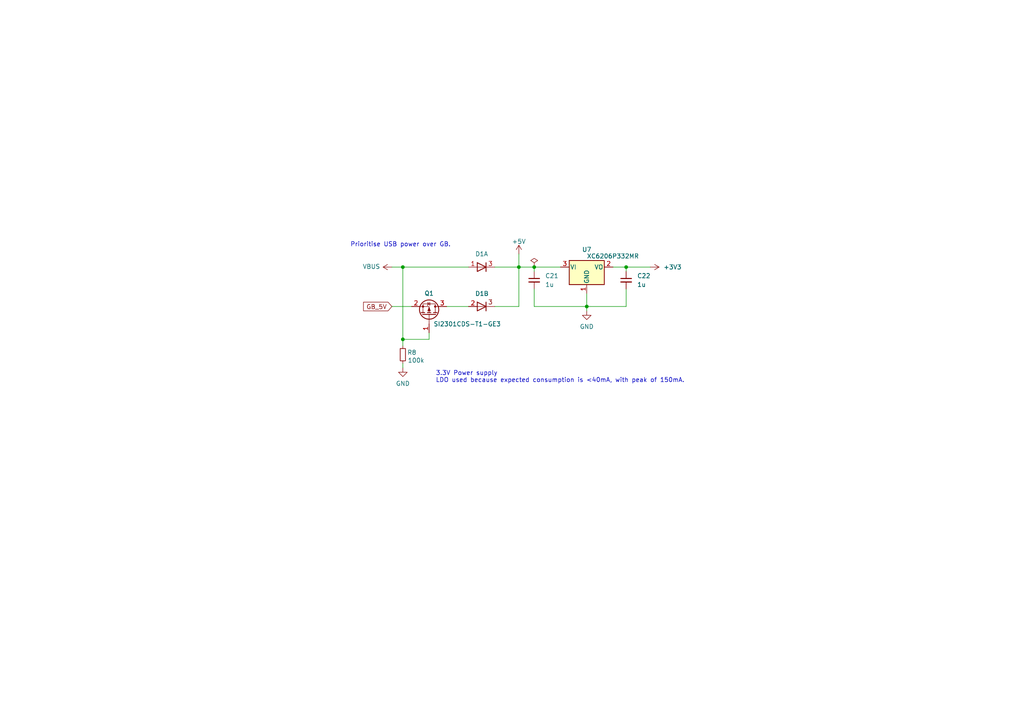
<source format=kicad_sch>
(kicad_sch (version 20210621) (generator eeschema)
  (paper "A4")
  (title_block (title "DBGC: RP2040 Game Boy Cart") (date "2021-09-29") (rev "0.3a") (company "Copyright (c) 2021 Mahyar Koshkouei") (comment 1 "CC BY-SA 4.0") (comment 2 "Compatible with DMG, MGB, & CGB. Collectively referred to as \"GB\" here."))
  (lib_symbols
    (symbol "Device:C_Small" (pin_numbers hide) (pin_names (offset 0.254) hide)
      (property "Reference" "C" (at 0.254 1.778 0))
      (property "Value" "C_Small" (at 0.254 -2.032 0))
      (symbol "C_Small_0_1"
        (polyline (pts (xy -1.524 -0.508) (xy 1.524 -0.508)) (stroke (width 0.3302)))
        (polyline (pts (xy -1.524 0.508) (xy 1.524 0.508)) (stroke (width 0.3048)))
      )
      (symbol "C_Small_1_1"
        (pin passive line (at 0 2.54 270) (length 2.032) (name "~") (number "1"))
        (pin passive line (at 0 -2.54 90) (length 2.032) (name "~") (number "2"))
      )
    )
    (symbol "Device:D_Dual_CommonCathode_AAK_Split" (pin_names (offset 0.762) hide)
      (property "Reference" "D" (at 0 2.54 0))
      (property "Value" "D_Dual_CommonCathode_AAK_Split" (at 0 -2.54 0))
      (symbol "D_Dual_CommonCathode_AAK_Split_0_0"
        (polyline (pts (xy 1.27 1.27) (xy 1.27 -1.27)) (stroke (width 0.254)))
      )
      (symbol "D_Dual_CommonCathode_AAK_Split_0_1"
        (polyline (pts (xy -1.27 1.27) (xy 1.27 0) (xy -1.27 -1.27) (xy -1.27 1.27) (xy -1.27 1.27) (xy -1.27 1.27)) (stroke (width 0.254)))
      )
      (symbol "D_Dual_CommonCathode_AAK_Split_1_1"
        (polyline (pts (xy 1.27 0) (xy -1.27 0)))
        (pin passive line (at -3.81 0 0) (length 2.54) (name "A") (number "1"))
        (pin passive line (at 3.81 0 180) (length 2.54) (name "K") (number "3"))
      )
      (symbol "D_Dual_CommonCathode_AAK_Split_2_0"
        (text "3" (at 2.54 1.27 0) (effects (font (size 1.27 1.27))))
        (polyline (pts (xy 3.81 0) (xy -1.27 0)))
      )
      (symbol "D_Dual_CommonCathode_AAK_Split_2_1"
        (pin passive line (at -3.81 0 0) (length 2.54) (name "K") (number "2"))
      )
    )
    (symbol "Device:R_Small" (pin_numbers hide) (pin_names (offset 0.254) hide)
      (property "Reference" "R" (at 0.762 0.508 0))
      (property "Value" "R_Small" (at 0.762 -1.016 0))
      (symbol "R_Small_0_1"
        (rectangle (start -0.762 1.778) (end 0.762 -1.778) (stroke (width 0.2032)))
      )
      (symbol "R_Small_1_1"
        (pin passive line (at 0 2.54 270) (length 0.762) (name "~") (number "1"))
        (pin passive line (at 0 -2.54 90) (length 0.762) (name "~") (number "2"))
      )
    )
    (symbol "Regulator_Linear:AMS1117-3.3" (pin_names (offset 0.254))
      (property "Reference" "U" (at -3.81 3.175 0))
      (property "Value" "AMS1117-3.3" (at 0 3.175 0))
      (symbol "AMS1117-3.3_0_1"
        (rectangle (start -5.08 -5.08) (end 5.08 1.905) (stroke (width 0.254)) (fill (type background)))
      )
      (symbol "AMS1117-3.3_1_1"
        (pin power_in line (at 0 -7.62 90) (length 2.54) (name "GND") (number "1"))
        (pin power_out line (at 7.62 0 180) (length 2.54) (name "VO") (number "2"))
        (pin power_in line (at -7.62 0 0) (length 2.54) (name "VI") (number "3"))
      )
    )
    (symbol "Transistor_FET:BSS83P" (pin_names hide)
      (property "Reference" "Q" (at 5.08 1.905 0))
      (property "Value" "BSS83P" (at 5.08 0 0))
      (symbol "BSS83P_0_1"
        (circle (center 1.651 0) (radius 2.794) (stroke (width 0.254)))
        (circle (center 2.54 -1.778) (radius 0.254) (fill (type outline)))
        (circle (center 2.54 1.778) (radius 0.254) (fill (type outline)))
        (polyline (pts (xy 0.254 0) (xy -2.54 0)))
        (polyline (pts (xy 0.254 1.905) (xy 0.254 -1.905)) (stroke (width 0.254)))
        (polyline (pts (xy 0.762 -1.27) (xy 0.762 -2.286)) (stroke (width 0.254)))
        (polyline (pts (xy 0.762 0.508) (xy 0.762 -0.508)) (stroke (width 0.254)))
        (polyline (pts (xy 0.762 2.286) (xy 0.762 1.27)) (stroke (width 0.254)))
        (polyline (pts (xy 2.54 2.54) (xy 2.54 1.778)))
        (polyline (pts (xy 2.54 -2.54) (xy 2.54 0) (xy 0.762 0)))
        (polyline (pts (xy 0.762 1.778) (xy 3.302 1.778) (xy 3.302 -1.778) (xy 0.762 -1.778)))
        (polyline (pts (xy 2.794 -0.508) (xy 2.921 -0.381) (xy 3.683 -0.381) (xy 3.81 -0.254)))
        (polyline (pts (xy 3.302 -0.381) (xy 2.921 0.254) (xy 3.683 0.254) (xy 3.302 -0.381)))
        (polyline (pts (xy 2.286 0) (xy 1.27 0.381) (xy 1.27 -0.381) (xy 2.286 0)) (fill (type outline)))
      )
      (symbol "BSS83P_1_1"
        (pin input line (at -5.08 0 0) (length 2.54) (name "G") (number "1"))
        (pin passive line (at 2.54 -5.08 90) (length 2.54) (name "S") (number "2"))
        (pin passive line (at 2.54 5.08 270) (length 2.54) (name "D") (number "3"))
      )
    )
    (symbol "power:+3V3" (power) (pin_names (offset 0))
      (property "Value" "+3V3" (at 0 3.556 0))
      (symbol "+3V3_0_1"
        (polyline (pts (xy -0.762 1.27) (xy 0 2.54)))
        (polyline (pts (xy 0 0) (xy 0 2.54)))
        (polyline (pts (xy 0 2.54) (xy 0.762 1.27)))
      )
      (symbol "+3V3_1_1"
        (pin power_in line (at 0 0 90) (length 0) hide (name "+3V3") (number "1"))
      )
    )
    (symbol "power:+5V" (power) (pin_names (offset 0))
      (property "Value" "+5V" (at 0 3.556 0))
      (symbol "+5V_0_1"
        (polyline (pts (xy -0.762 1.27) (xy 0 2.54)))
        (polyline (pts (xy 0 0) (xy 0 2.54)))
        (polyline (pts (xy 0 2.54) (xy 0.762 1.27)))
      )
      (symbol "+5V_1_1"
        (pin power_in line (at 0 0 90) (length 0) hide (name "+5V") (number "1"))
      )
    )
    (symbol "power:GND" (power) (pin_names (offset 0))
      (property "Value" "GND" (at 0 -3.81 0))
      (symbol "GND_0_1"
        (polyline (pts (xy 0 0) (xy 0 -1.27) (xy 1.27 -1.27) (xy 0 -2.54) (xy -1.27 -1.27) (xy 0 -1.27)))
      )
      (symbol "GND_1_1"
        (pin power_in line (at 0 0 270) (length 0) hide (name "GND") (number "1"))
      )
    )
    (symbol "power:PWR_FLAG" (power) (pin_numbers hide) (pin_names (offset 0) hide)
      (property "Value" "PWR_FLAG" (at 0 3.81 0))
      (symbol "PWR_FLAG_0_0"
        (pin power_out line (at 0 0 90) (length 0) (name "pwr") (number "1"))
      )
      (symbol "PWR_FLAG_0_1"
        (polyline (pts (xy 0 0) (xy 0 1.27) (xy -1.016 1.905) (xy 0 2.54) (xy 1.016 1.905) (xy 0 1.27)))
      )
    )
    (symbol "power:VBUS" (power) (pin_names (offset 0))
      (property "Value" "VBUS" (at 0 3.81 0))
      (symbol "VBUS_0_1"
        (polyline (pts (xy -0.762 1.27) (xy 0 2.54)))
        (polyline (pts (xy 0 0) (xy 0 2.54)))
        (polyline (pts (xy 0 2.54) (xy 0.762 1.27)))
      )
      (symbol "VBUS_1_1"
        (pin power_in line (at 0 0 90) (length 0) hide (name "VBUS") (number "1"))
      )
    )
  )
  (junction (at 116.84 77.47) (diameter 0.9144))
  (junction (at 116.84 98.425) (diameter 0.9144))
  (junction (at 150.495 77.47) (diameter 0.9144))
  (junction (at 154.94 77.47) (diameter 0.9144))
  (junction (at 170.18 88.9) (diameter 0.9144))
  (junction (at 181.61 77.47) (diameter 0.9144))
  (wire (pts (xy 113.665 77.47) (xy 116.84 77.47)))
  (wire (pts (xy 113.665 88.9) (xy 119.38 88.9)))
  (wire (pts (xy 116.84 77.47) (xy 135.89 77.47)))
  (wire (pts (xy 116.84 98.425) (xy 116.84 77.47)))
  (wire (pts (xy 116.84 98.425) (xy 116.84 100.33)))
  (wire (pts (xy 116.84 105.41) (xy 116.84 106.68)))
  (wire (pts (xy 124.46 96.52) (xy 124.46 98.425)))
  (wire (pts (xy 124.46 98.425) (xy 116.84 98.425)))
  (wire (pts (xy 129.54 88.9) (xy 135.89 88.9)))
  (wire (pts (xy 143.51 77.47) (xy 150.495 77.47)))
  (wire (pts (xy 150.495 73.66) (xy 150.495 77.47)))
  (wire (pts (xy 150.495 77.47) (xy 154.94 77.47)))
  (wire (pts (xy 150.495 88.9) (xy 143.51 88.9)))
  (wire (pts (xy 150.495 88.9) (xy 150.495 77.47)))
  (wire (pts (xy 154.94 77.47) (xy 154.94 78.74)))
  (wire (pts (xy 154.94 77.47) (xy 162.56 77.47)))
  (wire (pts (xy 154.94 83.82) (xy 154.94 88.9)))
  (wire (pts (xy 154.94 88.9) (xy 170.18 88.9)))
  (wire (pts (xy 170.18 85.09) (xy 170.18 88.9)))
  (wire (pts (xy 170.18 88.9) (xy 170.18 90.17)))
  (wire (pts (xy 181.61 77.47) (xy 177.8 77.47)))
  (wire (pts (xy 181.61 77.47) (xy 188.595 77.47)))
  (wire (pts (xy 181.61 78.74) (xy 181.61 77.47)))
  (wire (pts (xy 181.61 83.82) (xy 181.61 88.9)))
  (wire (pts (xy 181.61 88.9) (xy 170.18 88.9)))
  (text "Prioritise USB power over GB." (at 101.6 71.755 0) (effects (font (size 1.27 1.27)) (justify left bottom)))
  (text "3.3V Power supply\nLDO used because expected consumption is <40mA, with peak of 150mA." (at 126.365 111.125 0) (effects (font (size 1.27 1.27)) (justify left bottom)))
  (global_label "GB_5V" (shape input) (at 113.665 88.9 180) (property "Intersheet References" "${INTERSHEET_REFS}" (effects hide)))
  (symbol (lib_id "power:VBUS") (at 113.665 77.47 90) (unit 1)
    (property "Reference" "#PWR044" (effects hide))
    (property "Value" "VBUS" (at 105.1561 77.314 90) (effects (justify right)))
  )
  (symbol (lib_id "power:+5V") (at 150.495 73.66 0) (unit 1)
    (property "Reference" "#PWR046" (effects hide))
    (property "Value" "+5V" (at 150.495 70.0554 0))
  )
  (symbol (lib_id "power:+3V3") (at 188.595 77.47 270) (unit 1)
    (property "Reference" "#PWR048" (effects hide))
    (property "Value" "+3V3" (at 192.405 77.4699 90) (effects (justify left)))
  )
  (symbol (lib_id "power:PWR_FLAG") (at 154.94 77.47 0) (unit 1)
    (property "Reference" "#FLG04" (effects hide))
    (property "Value" "PWR_FLAG" (effects hide))
  )
  (symbol (lib_id "power:GND") (at 116.84 106.68 0) (unit 1)
    (property "Reference" "#PWR045" (effects hide))
    (property "Value" "GND" (at 116.84 111.2426 0))
  )
  (symbol (lib_id "power:GND") (at 170.18 90.17 0) (unit 1)
    (property "Reference" "#PWR047" (effects hide))
    (property "Value" "GND" (at 170.18 94.7326 0))
  )
  (symbol (lib_id "Device:R_Small") (at 116.84 102.87 0) (unit 1)
    (property "Reference" "R8" (at 118.11 102.2349 0) (effects (justify left)))
    (property "Value" "100k" (at 118.237 104.521 0) (effects (justify left)))
    (property "Footprint" "Resistor_SMD:R_0603_1608Metric" (effects hide))
    (property "LCSC" "C25803" (effects hide))
    (property "Notes" "Alternative manufacturer is acceptable" (effects hide))
    (property "Description" " ±1% 100kΩ ±100ppm/℃ 0.1W 0603 Chip Resistor - Surface Mount ROHS " (effects hide))
    (property "MFr" "0603WAF1003T5E" (effects hide))
    (property "Manufacturer" " UNI-ROYAL(Uniroyal Elec) " (effects hide))
  )
  (symbol (lib_id "Device:C_Small") (at 154.94 81.28 0) (unit 1)
    (property "Reference" "C21" (at 158.115 80.0099 0) (effects (justify left)))
    (property "Value" "1u" (at 158.115 82.5499 0) (effects (justify left)))
    (property "Footprint" "Capacitor_SMD:C_0603_1608Metric" (effects hide))
    (property "LCSC" "C15849" (effects hide))
    (property "Description" " X5R ±10% 50V 1uF 0603 Multilayer Ceramic Capacitors MLCC - SMD/SMT ROHS " (effects hide))
    (property "MFr" "CL10A105KB8NNNC" (effects hide))
    (property "Manufacturer" " Samsung Electro-Mechanics " (effects hide))
    (property "Notes" "Alternative manufacturer is acceptable" (effects hide))
  )
  (symbol (lib_id "Device:C_Small") (at 181.61 81.28 0) (unit 1)
    (property "Reference" "C22" (at 184.785 80.0099 0) (effects (justify left)))
    (property "Value" "1u" (at 184.785 82.5499 0) (effects (justify left)))
    (property "Footprint" "Capacitor_SMD:C_0603_1608Metric" (effects hide))
    (property "LCSC" "C15849" (effects hide))
    (property "Description" " X5R ±10% 50V 1uF 0603 Multilayer Ceramic Capacitors MLCC - SMD/SMT ROHS " (effects hide))
    (property "MFr" "CL10A105KB8NNNC" (effects hide))
    (property "Manufacturer" " Samsung Electro-Mechanics " (effects hide))
    (property "Notes" "Alternative manufacturer is acceptable" (effects hide))
  )
  (symbol (lib_id "Device:D_Dual_CommonCathode_AAK_Split") (at 139.7 77.47 0) (unit 1)
    (property "Reference" "D1" (at 139.7 73.66 0))
    (property "Value" "D_Dual_CommonCathode_AAK_Split" (effects hide))
    (property "Footprint" "Package_TO_SOT_SMD:SOT-23" (effects hide))
    (property "LCSC" "C68978" (effects hide))
    (property "MFr" "BAV70" (effects hide))
    (property "Description" " +150℃ (Tj) 225mW 6ns 1.25V 150mA 200mA Dual Common Cathode 70V 2.5uA 70V SOT-23 Switching Diode ROHS " (effects hide))
    (property "Manufacturer" " Changjiang Electronics Tech (CJ) " (effects hide))
  )
  (symbol (lib_id "Device:D_Dual_CommonCathode_AAK_Split") (at 139.7 88.9 0) (unit 2)
    (property "Reference" "D1" (at 137.795 85.1582 0) (effects (justify left)))
    (property "Value" "D_Dual_CommonCathode_AAK_Split" (effects hide))
    (property "Footprint" "Package_TO_SOT_SMD:SOT-23" (effects hide))
    (property "LCSC" "C68978" (effects hide))
    (property "MFr" "BAV70" (effects hide))
    (property "Description" " +150℃ (Tj) 225mW 6ns 1.25V 150mA 200mA Dual Common Cathode 70V 2.5uA 70V SOT-23 Switching Diode ROHS " (effects hide))
    (property "Manufacturer" " Changjiang Electronics Tech (CJ) " (effects hide))
  )
  (symbol (lib_id "Transistor_FET:BSS83P") (at 124.46 91.44 270) (mirror x) (unit 1)
    (property "Reference" "Q1" (at 124.46 85.09 90))
    (property "Value" "SI2301CDS-T1-GE3" (at 125.73 93.98 90) (effects (justify left)))
    (property "Footprint" "Package_TO_SOT_SMD:SOT-23" (effects hide))
    (property "Datasheet" "https://datasheet.lcsc.com/lcsc/1807281741_ROHM-Semicon-RZF020P01TL_C253530.pdf" (effects hide))
    (property "LCSC" "C10487" (effects hide))
    (property "Description" " 0.112Ω 2.8A,4.5V 1V 250uA 3.1A 0.86W 20V P Channel SOT-23(SOT-23-3) MOSFETs ROHS " (effects hide))
    (property "MFr" "SI2301CDS-T1-GE3" (effects hide))
    (property "Manufacturer" " Vishay Intertech " (effects hide))
  )
  (symbol (lib_id "Regulator_Linear:AMS1117-3.3") (at 170.18 77.47 0) (unit 1)
    (property "Reference" "U7" (at 170.18 72.39 0))
    (property "Value" "XC6206P332MR" (at 170.18 74.295 0) (effects (justify left)))
    (property "Footprint" "Package_TO_SOT_SMD:SOT-23" (effects hide))
    (property "Datasheet" "http://www.advanced-monolithic.com/pdf/ds1117.pdf" (effects hide))
    (property "LCSC" "C5446" (effects hide))
    (property "MFr" "XC6206P332MR" (effects hide))
    (property "Manufacturer" "Torex Semicon" (effects hide))
    (property "Description" " 6V 680mV @ 100mA Fixed 3.3V SOT-23-3L Linear Voltage Regulators (LDO) ROHS " (effects hide))
  )
)
</source>
